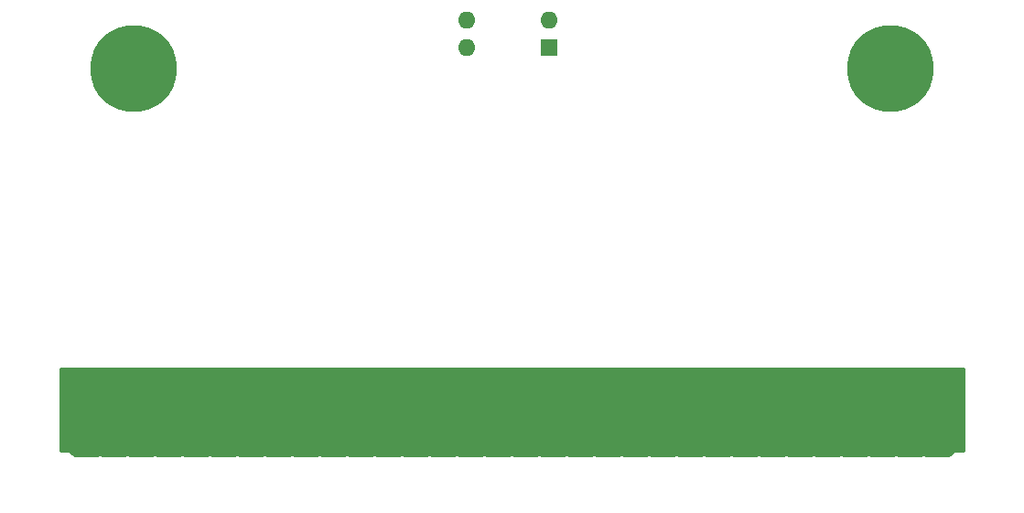
<source format=gbs>
G04 #@! TF.GenerationSoftware,KiCad,Pcbnew,(5.1.10)-1*
G04 #@! TF.CreationDate,2024-02-11T23:09:16+03:00*
G04 #@! TF.ProjectId,4m_cy62167e_x2,346d5f63-7936-4323-9136-37655f78322e,1*
G04 #@! TF.SameCoordinates,Original*
G04 #@! TF.FileFunction,Soldermask,Bot*
G04 #@! TF.FilePolarity,Negative*
%FSLAX46Y46*%
G04 Gerber Fmt 4.6, Leading zero omitted, Abs format (unit mm)*
G04 Created by KiCad (PCBNEW (5.1.10)-1) date 2024-02-11 23:09:16*
%MOMM*%
%LPD*%
G01*
G04 APERTURE LIST*
%ADD10O,1.600000X1.600000*%
%ADD11R,1.600000X1.600000*%
%ADD12C,8.000000*%
%ADD13C,0.254000*%
%ADD14C,0.100000*%
G04 APERTURE END LIST*
D10*
X101380000Y-147549000D03*
X109000000Y-145009000D03*
X101380000Y-145009000D03*
D11*
X109000000Y-147549000D03*
D12*
X70600000Y-149500000D03*
G36*
G01*
X64463000Y-184500000D02*
X64463000Y-178500000D01*
G75*
G02*
X65463000Y-177500000I1000000J0D01*
G01*
X66987000Y-177500000D01*
G75*
G02*
X67987000Y-178500000I0J-1000000D01*
G01*
X67987000Y-184500000D01*
G75*
G02*
X66987000Y-185500000I-1000000J0D01*
G01*
X65463000Y-185500000D01*
G75*
G02*
X64463000Y-184500000I0J1000000D01*
G01*
G37*
G36*
G01*
X67003000Y-184500000D02*
X67003000Y-178500000D01*
G75*
G02*
X68003000Y-177500000I1000000J0D01*
G01*
X69527000Y-177500000D01*
G75*
G02*
X70527000Y-178500000I0J-1000000D01*
G01*
X70527000Y-184500000D01*
G75*
G02*
X69527000Y-185500000I-1000000J0D01*
G01*
X68003000Y-185500000D01*
G75*
G02*
X67003000Y-184500000I0J1000000D01*
G01*
G37*
G36*
G01*
X69543000Y-184500000D02*
X69543000Y-178500000D01*
G75*
G02*
X70543000Y-177500000I1000000J0D01*
G01*
X72067000Y-177500000D01*
G75*
G02*
X73067000Y-178500000I0J-1000000D01*
G01*
X73067000Y-184500000D01*
G75*
G02*
X72067000Y-185500000I-1000000J0D01*
G01*
X70543000Y-185500000D01*
G75*
G02*
X69543000Y-184500000I0J1000000D01*
G01*
G37*
G36*
G01*
X72083000Y-184500000D02*
X72083000Y-178500000D01*
G75*
G02*
X73083000Y-177500000I1000000J0D01*
G01*
X74607000Y-177500000D01*
G75*
G02*
X75607000Y-178500000I0J-1000000D01*
G01*
X75607000Y-184500000D01*
G75*
G02*
X74607000Y-185500000I-1000000J0D01*
G01*
X73083000Y-185500000D01*
G75*
G02*
X72083000Y-184500000I0J1000000D01*
G01*
G37*
G36*
G01*
X74623000Y-184500000D02*
X74623000Y-178500000D01*
G75*
G02*
X75623000Y-177500000I1000000J0D01*
G01*
X77147000Y-177500000D01*
G75*
G02*
X78147000Y-178500000I0J-1000000D01*
G01*
X78147000Y-184500000D01*
G75*
G02*
X77147000Y-185500000I-1000000J0D01*
G01*
X75623000Y-185500000D01*
G75*
G02*
X74623000Y-184500000I0J1000000D01*
G01*
G37*
G36*
G01*
X77163000Y-184500000D02*
X77163000Y-178500000D01*
G75*
G02*
X78163000Y-177500000I1000000J0D01*
G01*
X79687000Y-177500000D01*
G75*
G02*
X80687000Y-178500000I0J-1000000D01*
G01*
X80687000Y-184500000D01*
G75*
G02*
X79687000Y-185500000I-1000000J0D01*
G01*
X78163000Y-185500000D01*
G75*
G02*
X77163000Y-184500000I0J1000000D01*
G01*
G37*
G36*
G01*
X79703000Y-184500000D02*
X79703000Y-178500000D01*
G75*
G02*
X80703000Y-177500000I1000000J0D01*
G01*
X82227000Y-177500000D01*
G75*
G02*
X83227000Y-178500000I0J-1000000D01*
G01*
X83227000Y-184500000D01*
G75*
G02*
X82227000Y-185500000I-1000000J0D01*
G01*
X80703000Y-185500000D01*
G75*
G02*
X79703000Y-184500000I0J1000000D01*
G01*
G37*
G36*
G01*
X82243000Y-184500000D02*
X82243000Y-178500000D01*
G75*
G02*
X83243000Y-177500000I1000000J0D01*
G01*
X84767000Y-177500000D01*
G75*
G02*
X85767000Y-178500000I0J-1000000D01*
G01*
X85767000Y-184500000D01*
G75*
G02*
X84767000Y-185500000I-1000000J0D01*
G01*
X83243000Y-185500000D01*
G75*
G02*
X82243000Y-184500000I0J1000000D01*
G01*
G37*
G36*
G01*
X84783000Y-184500000D02*
X84783000Y-178500000D01*
G75*
G02*
X85783000Y-177500000I1000000J0D01*
G01*
X87307000Y-177500000D01*
G75*
G02*
X88307000Y-178500000I0J-1000000D01*
G01*
X88307000Y-184500000D01*
G75*
G02*
X87307000Y-185500000I-1000000J0D01*
G01*
X85783000Y-185500000D01*
G75*
G02*
X84783000Y-184500000I0J1000000D01*
G01*
G37*
G36*
G01*
X87323000Y-184500000D02*
X87323000Y-178500000D01*
G75*
G02*
X88323000Y-177500000I1000000J0D01*
G01*
X89847000Y-177500000D01*
G75*
G02*
X90847000Y-178500000I0J-1000000D01*
G01*
X90847000Y-184500000D01*
G75*
G02*
X89847000Y-185500000I-1000000J0D01*
G01*
X88323000Y-185500000D01*
G75*
G02*
X87323000Y-184500000I0J1000000D01*
G01*
G37*
G36*
G01*
X89863000Y-184500000D02*
X89863000Y-178500000D01*
G75*
G02*
X90863000Y-177500000I1000000J0D01*
G01*
X92387000Y-177500000D01*
G75*
G02*
X93387000Y-178500000I0J-1000000D01*
G01*
X93387000Y-184500000D01*
G75*
G02*
X92387000Y-185500000I-1000000J0D01*
G01*
X90863000Y-185500000D01*
G75*
G02*
X89863000Y-184500000I0J1000000D01*
G01*
G37*
G36*
G01*
X92403000Y-184500000D02*
X92403000Y-178500000D01*
G75*
G02*
X93403000Y-177500000I1000000J0D01*
G01*
X94927000Y-177500000D01*
G75*
G02*
X95927000Y-178500000I0J-1000000D01*
G01*
X95927000Y-184500000D01*
G75*
G02*
X94927000Y-185500000I-1000000J0D01*
G01*
X93403000Y-185500000D01*
G75*
G02*
X92403000Y-184500000I0J1000000D01*
G01*
G37*
G36*
G01*
X94943000Y-184500000D02*
X94943000Y-178500000D01*
G75*
G02*
X95943000Y-177500000I1000000J0D01*
G01*
X97467000Y-177500000D01*
G75*
G02*
X98467000Y-178500000I0J-1000000D01*
G01*
X98467000Y-184500000D01*
G75*
G02*
X97467000Y-185500000I-1000000J0D01*
G01*
X95943000Y-185500000D01*
G75*
G02*
X94943000Y-184500000I0J1000000D01*
G01*
G37*
G36*
G01*
X97483000Y-184500000D02*
X97483000Y-178500000D01*
G75*
G02*
X98483000Y-177500000I1000000J0D01*
G01*
X100007000Y-177500000D01*
G75*
G02*
X101007000Y-178500000I0J-1000000D01*
G01*
X101007000Y-184500000D01*
G75*
G02*
X100007000Y-185500000I-1000000J0D01*
G01*
X98483000Y-185500000D01*
G75*
G02*
X97483000Y-184500000I0J1000000D01*
G01*
G37*
G36*
G01*
X100023000Y-184500000D02*
X100023000Y-178500000D01*
G75*
G02*
X101023000Y-177500000I1000000J0D01*
G01*
X102547000Y-177500000D01*
G75*
G02*
X103547000Y-178500000I0J-1000000D01*
G01*
X103547000Y-184500000D01*
G75*
G02*
X102547000Y-185500000I-1000000J0D01*
G01*
X101023000Y-185500000D01*
G75*
G02*
X100023000Y-184500000I0J1000000D01*
G01*
G37*
G36*
G01*
X102563000Y-184500000D02*
X102563000Y-178500000D01*
G75*
G02*
X103563000Y-177500000I1000000J0D01*
G01*
X105087000Y-177500000D01*
G75*
G02*
X106087000Y-178500000I0J-1000000D01*
G01*
X106087000Y-184500000D01*
G75*
G02*
X105087000Y-185500000I-1000000J0D01*
G01*
X103563000Y-185500000D01*
G75*
G02*
X102563000Y-184500000I0J1000000D01*
G01*
G37*
G36*
G01*
X105103000Y-184500000D02*
X105103000Y-178500000D01*
G75*
G02*
X106103000Y-177500000I1000000J0D01*
G01*
X107627000Y-177500000D01*
G75*
G02*
X108627000Y-178500000I0J-1000000D01*
G01*
X108627000Y-184500000D01*
G75*
G02*
X107627000Y-185500000I-1000000J0D01*
G01*
X106103000Y-185500000D01*
G75*
G02*
X105103000Y-184500000I0J1000000D01*
G01*
G37*
G36*
G01*
X107643000Y-184500000D02*
X107643000Y-178500000D01*
G75*
G02*
X108643000Y-177500000I1000000J0D01*
G01*
X110167000Y-177500000D01*
G75*
G02*
X111167000Y-178500000I0J-1000000D01*
G01*
X111167000Y-184500000D01*
G75*
G02*
X110167000Y-185500000I-1000000J0D01*
G01*
X108643000Y-185500000D01*
G75*
G02*
X107643000Y-184500000I0J1000000D01*
G01*
G37*
G36*
G01*
X110183000Y-184500000D02*
X110183000Y-178500000D01*
G75*
G02*
X111183000Y-177500000I1000000J0D01*
G01*
X112707000Y-177500000D01*
G75*
G02*
X113707000Y-178500000I0J-1000000D01*
G01*
X113707000Y-184500000D01*
G75*
G02*
X112707000Y-185500000I-1000000J0D01*
G01*
X111183000Y-185500000D01*
G75*
G02*
X110183000Y-184500000I0J1000000D01*
G01*
G37*
G36*
G01*
X112723000Y-184500000D02*
X112723000Y-178500000D01*
G75*
G02*
X113723000Y-177500000I1000000J0D01*
G01*
X115247000Y-177500000D01*
G75*
G02*
X116247000Y-178500000I0J-1000000D01*
G01*
X116247000Y-184500000D01*
G75*
G02*
X115247000Y-185500000I-1000000J0D01*
G01*
X113723000Y-185500000D01*
G75*
G02*
X112723000Y-184500000I0J1000000D01*
G01*
G37*
G36*
G01*
X115263000Y-184500000D02*
X115263000Y-178500000D01*
G75*
G02*
X116263000Y-177500000I1000000J0D01*
G01*
X117787000Y-177500000D01*
G75*
G02*
X118787000Y-178500000I0J-1000000D01*
G01*
X118787000Y-184500000D01*
G75*
G02*
X117787000Y-185500000I-1000000J0D01*
G01*
X116263000Y-185500000D01*
G75*
G02*
X115263000Y-184500000I0J1000000D01*
G01*
G37*
G36*
G01*
X117803000Y-184500000D02*
X117803000Y-178500000D01*
G75*
G02*
X118803000Y-177500000I1000000J0D01*
G01*
X120327000Y-177500000D01*
G75*
G02*
X121327000Y-178500000I0J-1000000D01*
G01*
X121327000Y-184500000D01*
G75*
G02*
X120327000Y-185500000I-1000000J0D01*
G01*
X118803000Y-185500000D01*
G75*
G02*
X117803000Y-184500000I0J1000000D01*
G01*
G37*
G36*
G01*
X120343000Y-184500000D02*
X120343000Y-178500000D01*
G75*
G02*
X121343000Y-177500000I1000000J0D01*
G01*
X122867000Y-177500000D01*
G75*
G02*
X123867000Y-178500000I0J-1000000D01*
G01*
X123867000Y-184500000D01*
G75*
G02*
X122867000Y-185500000I-1000000J0D01*
G01*
X121343000Y-185500000D01*
G75*
G02*
X120343000Y-184500000I0J1000000D01*
G01*
G37*
G36*
G01*
X122883000Y-184500000D02*
X122883000Y-178500000D01*
G75*
G02*
X123883000Y-177500000I1000000J0D01*
G01*
X125407000Y-177500000D01*
G75*
G02*
X126407000Y-178500000I0J-1000000D01*
G01*
X126407000Y-184500000D01*
G75*
G02*
X125407000Y-185500000I-1000000J0D01*
G01*
X123883000Y-185500000D01*
G75*
G02*
X122883000Y-184500000I0J1000000D01*
G01*
G37*
G36*
G01*
X125423000Y-184500000D02*
X125423000Y-178500000D01*
G75*
G02*
X126423000Y-177500000I1000000J0D01*
G01*
X127947000Y-177500000D01*
G75*
G02*
X128947000Y-178500000I0J-1000000D01*
G01*
X128947000Y-184500000D01*
G75*
G02*
X127947000Y-185500000I-1000000J0D01*
G01*
X126423000Y-185500000D01*
G75*
G02*
X125423000Y-184500000I0J1000000D01*
G01*
G37*
G36*
G01*
X127963000Y-184500000D02*
X127963000Y-178500000D01*
G75*
G02*
X128963000Y-177500000I1000000J0D01*
G01*
X130487000Y-177500000D01*
G75*
G02*
X131487000Y-178500000I0J-1000000D01*
G01*
X131487000Y-184500000D01*
G75*
G02*
X130487000Y-185500000I-1000000J0D01*
G01*
X128963000Y-185500000D01*
G75*
G02*
X127963000Y-184500000I0J1000000D01*
G01*
G37*
G36*
G01*
X130503000Y-184500000D02*
X130503000Y-178500000D01*
G75*
G02*
X131503000Y-177500000I1000000J0D01*
G01*
X133027000Y-177500000D01*
G75*
G02*
X134027000Y-178500000I0J-1000000D01*
G01*
X134027000Y-184500000D01*
G75*
G02*
X133027000Y-185500000I-1000000J0D01*
G01*
X131503000Y-185500000D01*
G75*
G02*
X130503000Y-184500000I0J1000000D01*
G01*
G37*
G36*
G01*
X133043000Y-184500000D02*
X133043000Y-178500000D01*
G75*
G02*
X134043000Y-177500000I1000000J0D01*
G01*
X135567000Y-177500000D01*
G75*
G02*
X136567000Y-178500000I0J-1000000D01*
G01*
X136567000Y-184500000D01*
G75*
G02*
X135567000Y-185500000I-1000000J0D01*
G01*
X134043000Y-185500000D01*
G75*
G02*
X133043000Y-184500000I0J1000000D01*
G01*
G37*
G36*
G01*
X135583000Y-184500000D02*
X135583000Y-178500000D01*
G75*
G02*
X136583000Y-177500000I1000000J0D01*
G01*
X138107000Y-177500000D01*
G75*
G02*
X139107000Y-178500000I0J-1000000D01*
G01*
X139107000Y-184500000D01*
G75*
G02*
X138107000Y-185500000I-1000000J0D01*
G01*
X136583000Y-185500000D01*
G75*
G02*
X135583000Y-184500000I0J1000000D01*
G01*
G37*
G36*
G01*
X138123000Y-184500000D02*
X138123000Y-178500000D01*
G75*
G02*
X139123000Y-177500000I1000000J0D01*
G01*
X140647000Y-177500000D01*
G75*
G02*
X141647000Y-178500000I0J-1000000D01*
G01*
X141647000Y-184500000D01*
G75*
G02*
X140647000Y-185500000I-1000000J0D01*
G01*
X139123000Y-185500000D01*
G75*
G02*
X138123000Y-184500000I0J1000000D01*
G01*
G37*
G36*
G01*
X140663000Y-184500000D02*
X140663000Y-178500000D01*
G75*
G02*
X141663000Y-177500000I1000000J0D01*
G01*
X143187000Y-177500000D01*
G75*
G02*
X144187000Y-178500000I0J-1000000D01*
G01*
X144187000Y-184500000D01*
G75*
G02*
X143187000Y-185500000I-1000000J0D01*
G01*
X141663000Y-185500000D01*
G75*
G02*
X140663000Y-184500000I0J1000000D01*
G01*
G37*
G36*
G01*
X143203000Y-184500000D02*
X143203000Y-178500000D01*
G75*
G02*
X144203000Y-177500000I1000000J0D01*
G01*
X145727000Y-177500000D01*
G75*
G02*
X146727000Y-178500000I0J-1000000D01*
G01*
X146727000Y-184500000D01*
G75*
G02*
X145727000Y-185500000I-1000000J0D01*
G01*
X144203000Y-185500000D01*
G75*
G02*
X143203000Y-184500000I0J1000000D01*
G01*
G37*
X140600000Y-149500000D03*
D13*
X147373000Y-184873000D02*
X63827000Y-184873000D01*
X63827000Y-177227000D01*
X147373000Y-177227000D01*
X147373000Y-184873000D01*
D14*
G36*
X147373000Y-184873000D02*
G01*
X63827000Y-184873000D01*
X63827000Y-177227000D01*
X147373000Y-177227000D01*
X147373000Y-184873000D01*
G37*
M02*

</source>
